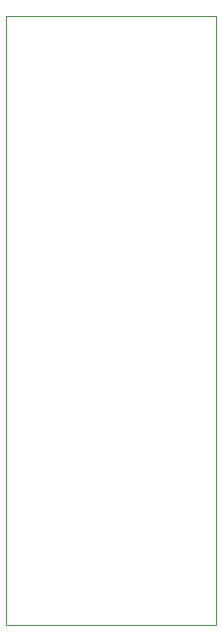
<source format=gbr>
%TF.GenerationSoftware,KiCad,Pcbnew,7.0.7*%
%TF.CreationDate,2024-02-24T18:58:31-05:00*%
%TF.ProjectId,m0110a_atmega32_pcb,6d303131-3061-45f6-9174-6d6567613332,rev?*%
%TF.SameCoordinates,Original*%
%TF.FileFunction,Profile,NP*%
%FSLAX46Y46*%
G04 Gerber Fmt 4.6, Leading zero omitted, Abs format (unit mm)*
G04 Created by KiCad (PCBNEW 7.0.7) date 2024-02-24 18:58:31*
%MOMM*%
%LPD*%
G01*
G04 APERTURE LIST*
%TA.AperFunction,Profile*%
%ADD10C,0.100000*%
%TD*%
G04 APERTURE END LIST*
D10*
X142240000Y-65659000D02*
X160020000Y-65659000D01*
X160020000Y-117221000D01*
X142240000Y-117221000D01*
X142240000Y-65659000D01*
M02*

</source>
